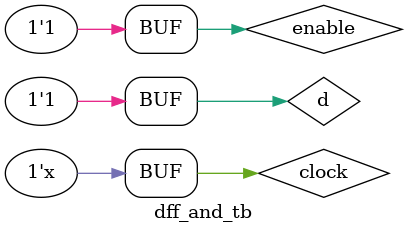
<source format=v>
module dff_and_tb;
reg enable;
reg d;
reg clock;
wire q;
dff_mux uut(enable,d,clock,q);
initial
begin
$dumpfile("dump1.vcd");
$dumpvars;
end
initial
begin
enable=0;
clock=0;
d=0;
#5;
enable=1;
d=1;
#10;
d=0;
#10;
d=1;
end
always 
#5 clock=~clock;
endmodule


</source>
